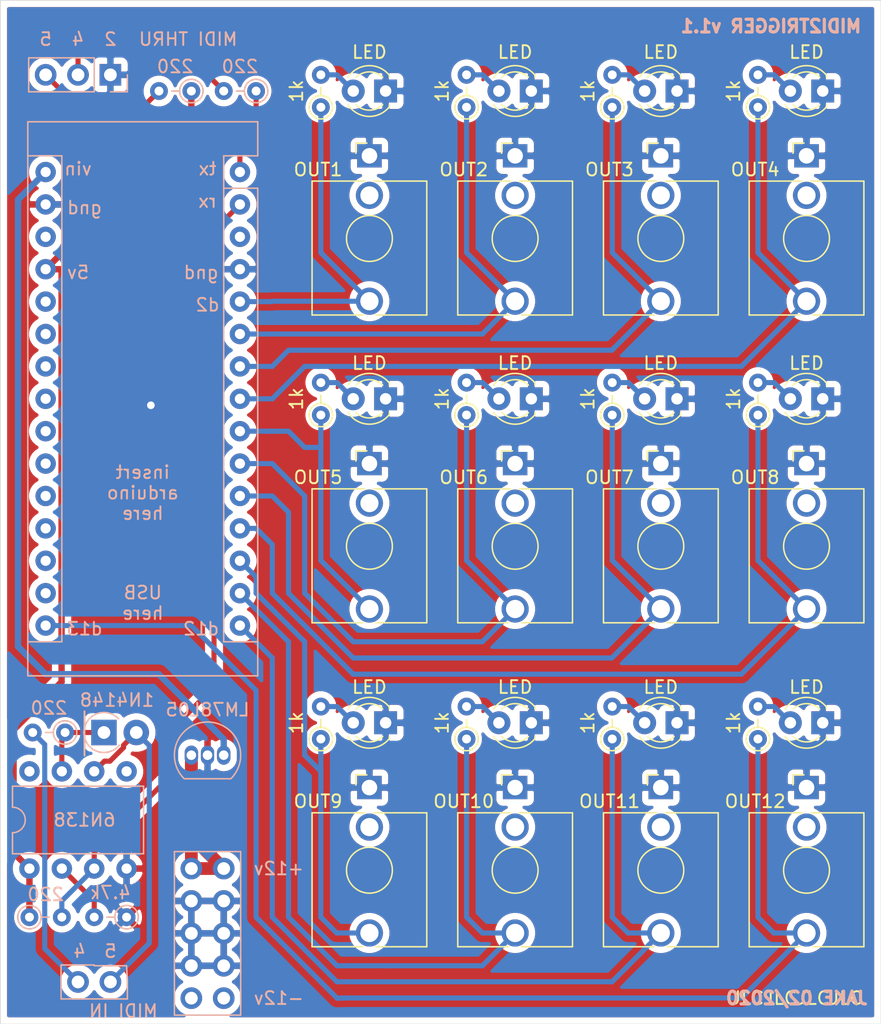
<source format=kicad_pcb>
(kicad_pcb (version 20171130) (host pcbnew "(5.1.5-0-10_14)")
  (layers (0 F.Cu signal) (31 B.Cu signal) (34 B.Paste user) (35 F.Paste user) (36 B.SilkS user) (37 F.SilkS user) (38 B.Mask user) (39 F.Mask user) (44 Edge.Cuts user))
  (net 0 "")
  (net 1 "Net-(A1-Pad17)")
  (net 2 "Net-(A1-Pad18)")
  (net 3 "Net-(A1-Pad3)")
  (net 4 "Net-(A1-Pad19)")
  (net 5 GND)
  (net 6 "Net-(A1-Pad20)")
  (net 7 "Net-(A1-Pad21)")
  (net 8 "Net-(A1-Pad22)")
  (net 9 "Net-(A1-Pad23)")
  (net 10 "Net-(A1-Pad24)")
  (net 11 "Net-(A1-Pad25)")
  (net 12 "Net-(A1-Pad26)")
  (net 13 "Net-(A1-Pad28)")
  (net 14 "Net-(D1-Pad1)")
  (net 15 "Net-(D1-Pad2)")
  (net 16 "Net-(D3-Pad2)")
  (net 17 "Net-(D4-Pad2)")
  (net 18 "Net-(D5-Pad2)")
  (net 19 "Net-(D6-Pad2)")
  (net 20 "Net-(D7-Pad2)")
  (net 21 "Net-(D8-Pad2)")
  (net 22 "Net-(D9-Pad2)")
  (net 23 "Net-(D10-Pad2)")
  (net 24 "Net-(D11-Pad2)")
  (net 25 "Net-(D12-Pad2)")
  (net 26 "Net-(D13-Pad2)")
  (net 27 "Net-(J2-Pad5)")
  (net 28 "Net-(J4-Pad5)")
  (net 29 "Net-(J4-Pad4)")
  (net 30 "Net-(U1-Pad1)")
  (net 31 "Net-(U1-Pad4)")
  (net 32 +12V)
  (net 33 -12V)
  (net 34 /A_TX)
  (net 35 /A_RX)
  (net 36 /A_D2)
  (net 37 /A_D3)
  (net 38 /A_D4)
  (net 39 /A_D5)
  (net 40 /A_D6)
  (net 41 /A_D7)
  (net 42 /A_D8)
  (net 43 /+5v)
  (net 44 /A_D9)
  (net 45 /A_D10)
  (net 46 /A_D11)
  (net 47 /A_VIN)
  (net 48 /A_D12)
  (net 49 /A_D13)
  (net 50 "Net-(D2-Pad2)")
  (net 51 "Net-(R4-Pad2)")
  (module Connector_PinHeader_2.54mm:PinHeader_1x02_P2.54mm_Vertical (layer B.Cu) (at 50.8 107.95 90)
    (fp_text reference J2 hide)
    (fp_text value "MIDI IN")
    (pad 1 thru_hole circle (at 0 0 90) (size 1.7 1.7) (drill 1) (layers *.Cu *.Mask) (net 15 "Net-(D1-Pad2)"))
    (pad 2 thru_hole oval (at 0 -2.54 90) (size 1.7 1.7) (drill 1) (layers *.Cu *.Mask) (net 27 "Net-(J2-Pad5)"))
  )
  (module Connector_PinHeader_2.54mm:PinHeader_2x05_P2.54mm_Vertical (layer B.Cu) (at 59.69 99.06 180)
    (fp_text reference J3 hide)
    (fp_text value "EURORACK POWERCONNECTOR" hide)
    (pad 1 thru_hole circle (at 0 0 180) (size 1.7 1.7) (drill 1) (layers *.Cu *.Mask) (net 32 +12V))
    (pad 2 thru_hole oval (at 2.54 0 180) (size 1.7 1.7) (drill 1) (layers *.Cu *.Mask) (net 32 +12V))
    (pad 3 thru_hole oval (at 0 -2.54 180) (size 1.7 1.7) (drill 1) (layers *.Cu *.Mask) (net 5 GND))
    (pad 4 thru_hole oval (at 2.54 -2.54 180) (size 1.7 1.7) (drill 1) (layers *.Cu *.Mask) (net 5 GND))
    (pad 5 thru_hole oval (at 0 -5.08 180) (size 1.7 1.7) (drill 1) (layers *.Cu *.Mask) (net 5 GND))
    (pad 6 thru_hole oval (at 2.54 -5.08 180) (size 1.7 1.7) (drill 1) (layers *.Cu *.Mask) (net 5 GND))
    (pad 7 thru_hole oval (at 0 -7.62 180) (size 1.7 1.7) (drill 1) (layers *.Cu *.Mask) (net 5 GND))
    (pad 8 thru_hole oval (at 2.54 -7.62 180) (size 1.7 1.7) (drill 1) (layers *.Cu *.Mask) (net 5 GND))
    (pad 9 thru_hole oval (at 0 -10.16 180) (size 1.7 1.7) (drill 1) (layers *.Cu *.Mask) (net 33 -12V))
    (pad 10 thru_hole oval (at 2.54 -10.16 180) (size 1.7 1.7) (drill 1) (layers *.Cu *.Mask) (net 33 -12V))
  )
  (module Module:Arduino_Nano (layer B.Cu) (at 60.96 44.45 180)
    (fp_text reference "Arduino Nano" hide)
    (fp_text value Arduino_Nano_v3.x)
    (pad 1 thru_hole circle (at 0 0 180) (size 1.6 1.6) (drill 0.8) (layers *.Cu *.Mask) (net 34 /A_TX))
    (pad 17 thru_hole oval (at 15.24 -33.02 180) (size 1.6 1.6) (drill 0.8) (layers *.Cu *.Mask) (net 1 "Net-(A1-Pad17)"))
    (pad 2 thru_hole oval (at 0 -2.54 180) (size 1.6 1.6) (drill 0.8) (layers *.Cu *.Mask) (net 35 /A_RX))
    (pad 18 thru_hole oval (at 15.24 -30.48 180) (size 1.6 1.6) (drill 0.8) (layers *.Cu *.Mask) (net 2 "Net-(A1-Pad18)"))
    (pad 3 thru_hole oval (at 0 -5.08 180) (size 1.6 1.6) (drill 0.8) (layers *.Cu *.Mask) (net 3 "Net-(A1-Pad3)"))
    (pad 19 thru_hole oval (at 15.24 -27.94 180) (size 1.6 1.6) (drill 0.8) (layers *.Cu *.Mask) (net 4 "Net-(A1-Pad19)"))
    (pad 4 thru_hole oval (at 0 -7.62 180) (size 1.6 1.6) (drill 0.8) (layers *.Cu *.Mask) (net 5 GND))
    (pad 20 thru_hole oval (at 15.24 -25.4 180) (size 1.6 1.6) (drill 0.8) (layers *.Cu *.Mask) (net 6 "Net-(A1-Pad20)"))
    (pad 5 thru_hole oval (at 0 -10.16 180) (size 1.6 1.6) (drill 0.8) (layers *.Cu *.Mask) (net 36 /A_D2))
    (pad 21 thru_hole oval (at 15.24 -22.86 180) (size 1.6 1.6) (drill 0.8) (layers *.Cu *.Mask) (net 7 "Net-(A1-Pad21)"))
    (pad 6 thru_hole oval (at 0 -12.7 180) (size 1.6 1.6) (drill 0.8) (layers *.Cu *.Mask) (net 37 /A_D3))
    (pad 22 thru_hole oval (at 15.24 -20.32 180) (size 1.6 1.6) (drill 0.8) (layers *.Cu *.Mask) (net 8 "Net-(A1-Pad22)"))
    (pad 7 thru_hole oval (at 0 -15.24 180) (size 1.6 1.6) (drill 0.8) (layers *.Cu *.Mask) (net 38 /A_D4))
    (pad 23 thru_hole oval (at 15.24 -17.78 180) (size 1.6 1.6) (drill 0.8) (layers *.Cu *.Mask) (net 9 "Net-(A1-Pad23)"))
    (pad 8 thru_hole oval (at 0 -17.78 180) (size 1.6 1.6) (drill 0.8) (layers *.Cu *.Mask) (net 39 /A_D5))
    (pad 24 thru_hole oval (at 15.24 -15.24 180) (size 1.6 1.6) (drill 0.8) (layers *.Cu *.Mask) (net 10 "Net-(A1-Pad24)"))
    (pad 9 thru_hole oval (at 0 -20.32 180) (size 1.6 1.6) (drill 0.8) (layers *.Cu *.Mask) (net 40 /A_D6))
    (pad 25 thru_hole oval (at 15.24 -12.7 180) (size 1.6 1.6) (drill 0.8) (layers *.Cu *.Mask) (net 11 "Net-(A1-Pad25)"))
    (pad 10 thru_hole oval (at 0 -22.86 180) (size 1.6 1.6) (drill 0.8) (layers *.Cu *.Mask) (net 41 /A_D7))
    (pad 26 thru_hole oval (at 15.24 -10.16 180) (size 1.6 1.6) (drill 0.8) (layers *.Cu *.Mask) (net 12 "Net-(A1-Pad26)"))
    (pad 11 thru_hole oval (at 0 -25.4 180) (size 1.6 1.6) (drill 0.8) (layers *.Cu *.Mask) (net 42 /A_D8))
    (pad 27 thru_hole oval (at 15.24 -7.62 180) (size 1.6 1.6) (drill 0.8) (layers *.Cu *.Mask) (net 43 /+5v))
    (pad 12 thru_hole oval (at 0 -27.94 180) (size 1.6 1.6) (drill 0.8) (layers *.Cu *.Mask) (net 44 /A_D9))
    (pad 28 thru_hole oval (at 15.24 -5.08 180) (size 1.6 1.6) (drill 0.8) (layers *.Cu *.Mask) (net 13 "Net-(A1-Pad28)"))
    (pad 13 thru_hole oval (at 0 -30.48 180) (size 1.6 1.6) (drill 0.8) (layers *.Cu *.Mask) (net 45 /A_D10))
    (pad 29 thru_hole oval (at 15.24 -2.54 180) (size 1.6 1.6) (drill 0.8) (layers *.Cu *.Mask) (net 5 GND))
    (pad 14 thru_hole oval (at 0 -33.02 180) (size 1.6 1.6) (drill 0.8) (layers *.Cu *.Mask) (net 46 /A_D11))
    (pad 30 thru_hole oval (at 15.24 0 180) (size 1.6 1.6) (drill 0.8) (layers *.Cu *.Mask) (net 47 /A_VIN))
    (pad 15 thru_hole oval (at 0 -35.56 180) (size 1.6 1.6) (drill 0.8) (layers *.Cu *.Mask) (net 48 /A_D12))
    (pad 16 thru_hole oval (at 15.24 -35.56 180) (size 1.6 1.6) (drill 0.8) (layers *.Cu *.Mask) (net 49 /A_D13))
  )
  (module Diode_THT:D_T-1_P2.54mm_Vertical_AnodeUp (layer B.Cu) (at 50.292 88.392)
    (fp_text reference 1N4148 (at 1.016 -2.54 180) (layer B.SilkS) (effects (justify mirror)))
    (fp_text value 1N4148)
    (pad 1 thru_hole rect (at 0 0) (size 2 2) (drill 1) (layers *.Cu *.Mask) (net 14 "Net-(D1-Pad1)"))
    (pad 2 thru_hole oval (at 2.54 0) (size 2 2) (drill 1) (layers *.Cu *.Mask) (net 15 "Net-(D1-Pad2)"))
  )
  (module LED_THT:LED_D3.0mm (layer F.Cu) (at 72.39 38.1 180)
    (fp_text reference LED (at 1.27 3.048) (layer F.SilkS))
    (fp_text value LED)
    (pad 2 thru_hole circle (at 2.54 0 180) (size 1.8 1.8) (drill 0.9) (layers *.Cu *.Mask) (net 50 "Net-(D2-Pad2)"))
    (pad 1 thru_hole rect (at 0 0 180) (size 1.8 1.8) (drill 0.9) (layers *.Cu *.Mask) (net 5 GND))
  )
  (module LED_THT:LED_D3.0mm (layer F.Cu) (at 83.82 38.1 180)
    (fp_text reference LED (at 1.27 3.048) (layer F.SilkS))
    (fp_text value LED)
    (pad 2 thru_hole circle (at 2.54 0 180) (size 1.8 1.8) (drill 0.9) (layers *.Cu *.Mask) (net 16 "Net-(D3-Pad2)"))
    (pad 1 thru_hole rect (at 0 0 180) (size 1.8 1.8) (drill 0.9) (layers *.Cu *.Mask) (net 5 GND))
  )
  (module LED_THT:LED_D3.0mm (layer F.Cu) (at 106.68 38.1 180)
    (fp_text reference LED (at 1.27 3.048) (layer F.SilkS))
    (fp_text value LED)
    (pad 1 thru_hole rect (at 0 0 180) (size 1.8 1.8) (drill 0.9) (layers *.Cu *.Mask) (net 5 GND))
    (pad 2 thru_hole circle (at 2.54 0 180) (size 1.8 1.8) (drill 0.9) (layers *.Cu *.Mask) (net 17 "Net-(D4-Pad2)"))
  )
  (module LED_THT:LED_D3.0mm (layer F.Cu) (at 83.82 62.23 180)
    (fp_text reference LED (at 1.27 2.794) (layer F.SilkS))
    (fp_text value LED)
    (pad 1 thru_hole rect (at 0 0 180) (size 1.8 1.8) (drill 0.9) (layers *.Cu *.Mask) (net 5 GND))
    (pad 2 thru_hole circle (at 2.54 0 180) (size 1.8 1.8) (drill 0.9) (layers *.Cu *.Mask) (net 18 "Net-(D5-Pad2)"))
  )
  (module LED_THT:LED_D3.0mm (layer F.Cu) (at 95.25 38.1 180)
    (fp_text reference LED (at 1.27 3.048) (layer F.SilkS))
    (fp_text value LED)
    (pad 2 thru_hole circle (at 2.54 0 180) (size 1.8 1.8) (drill 0.9) (layers *.Cu *.Mask) (net 19 "Net-(D6-Pad2)"))
    (pad 1 thru_hole rect (at 0 0 180) (size 1.8 1.8) (drill 0.9) (layers *.Cu *.Mask) (net 5 GND))
  )
  (module LED_THT:LED_D3.0mm (layer F.Cu) (at 72.39 62.23 180)
    (fp_text reference LED (at 1.27 2.794) (layer F.SilkS))
    (fp_text value LED)
    (pad 1 thru_hole rect (at 0 0 180) (size 1.8 1.8) (drill 0.9) (layers *.Cu *.Mask) (net 5 GND))
    (pad 2 thru_hole circle (at 2.54 0 180) (size 1.8 1.8) (drill 0.9) (layers *.Cu *.Mask) (net 20 "Net-(D7-Pad2)"))
  )
  (module LED_THT:LED_D3.0mm (layer F.Cu) (at 106.68 62.23 180)
    (fp_text reference LED (at 1.27 2.794) (layer F.SilkS))
    (fp_text value LED)
    (pad 1 thru_hole rect (at 0 0 180) (size 1.8 1.8) (drill 0.9) (layers *.Cu *.Mask) (net 5 GND))
    (pad 2 thru_hole circle (at 2.54 0 180) (size 1.8 1.8) (drill 0.9) (layers *.Cu *.Mask) (net 21 "Net-(D8-Pad2)"))
  )
  (module LED_THT:LED_D3.0mm (layer F.Cu) (at 95.25 62.23 180)
    (fp_text reference LED (at 1.27 2.794) (layer F.SilkS))
    (fp_text value LED)
    (pad 2 thru_hole circle (at 2.54 0 180) (size 1.8 1.8) (drill 0.9) (layers *.Cu *.Mask) (net 22 "Net-(D9-Pad2)"))
    (pad 1 thru_hole rect (at 0 0 180) (size 1.8 1.8) (drill 0.9) (layers *.Cu *.Mask) (net 5 GND))
  )
  (module LED_THT:LED_D3.0mm (layer F.Cu) (at 95.25 87.63 180)
    (fp_text reference LED (at 1.27 2.794) (layer F.SilkS))
    (fp_text value LED)
    (pad 1 thru_hole rect (at 0 0 180) (size 1.8 1.8) (drill 0.9) (layers *.Cu *.Mask) (net 5 GND))
    (pad 2 thru_hole circle (at 2.54 0 180) (size 1.8 1.8) (drill 0.9) (layers *.Cu *.Mask) (net 23 "Net-(D10-Pad2)"))
  )
  (module LED_THT:LED_D3.0mm (layer F.Cu) (at 72.39 87.63 180)
    (fp_text reference LED (at 1.27 2.794) (layer F.SilkS))
    (fp_text value LED)
    (pad 2 thru_hole circle (at 2.54 0 180) (size 1.8 1.8) (drill 0.9) (layers *.Cu *.Mask) (net 24 "Net-(D11-Pad2)"))
    (pad 1 thru_hole rect (at 0 0 180) (size 1.8 1.8) (drill 0.9) (layers *.Cu *.Mask) (net 5 GND))
  )
  (module LED_THT:LED_D3.0mm (layer F.Cu) (at 106.68 87.63 180)
    (fp_text reference LED (at 1.27 2.794) (layer F.SilkS))
    (fp_text value LED)
    (pad 1 thru_hole rect (at 0 0 180) (size 1.8 1.8) (drill 0.9) (layers *.Cu *.Mask) (net 5 GND))
    (pad 2 thru_hole circle (at 2.54 0 180) (size 1.8 1.8) (drill 0.9) (layers *.Cu *.Mask) (net 25 "Net-(D12-Pad2)"))
  )
  (module LED_THT:LED_D3.0mm (layer F.Cu) (at 83.82 87.63 180)
    (fp_text reference LED (at 1.27 2.794) (layer F.SilkS))
    (fp_text value LED)
    (pad 2 thru_hole circle (at 2.54 0 180) (size 1.8 1.8) (drill 0.9) (layers *.Cu *.Mask) (net 26 "Net-(D13-Pad2)"))
    (pad 1 thru_hole rect (at 0 0 180) (size 1.8 1.8) (drill 0.9) (layers *.Cu *.Mask) (net 5 GND))
  )
  (module Connector_Audio:Jack_3.5mm_QingPu_WQP-PJ398SM_Vertical_CircularHoles (layer F.Cu) (at 71.12 43.18)
    (fp_text reference OUT1 (at -4.03 1.08 180) (layer F.SilkS))
    (fp_text value OUT1)
    (pad TN thru_hole circle (at 0 3.1 180) (size 2.13 2.13) (drill 1.42) (layers *.Cu *.Mask))
    (pad S thru_hole rect (at 0 0 180) (size 1.93 1.83) (drill 1.22) (layers *.Cu *.Mask) (net 5 GND))
    (pad T thru_hole circle (at 0 11.4 180) (size 2.13 2.13) (drill 1.43) (layers *.Cu *.Mask) (net 36 /A_D2))
  )
  (module Connector_PinHeader_2.54mm:PinHeader_1x03_P2.54mm_Vertical (layer B.Cu) (at 50.8 36.83 90)
    (fp_text reference J4 hide)
    (fp_text value "MIDI THRU")
    (pad 3 thru_hole oval (at 0 -5.08 90) (size 1.7 1.7) (drill 1) (layers *.Cu *.Mask) (net 28 "Net-(J4-Pad5)"))
    (pad 2 thru_hole oval (at 0 -2.54 90) (size 1.7 1.7) (drill 1) (layers *.Cu *.Mask) (net 29 "Net-(J4-Pad4)"))
    (pad 1 thru_hole rect (at 0 0 90) (size 1.7 1.7) (drill 1) (layers *.Cu *.Mask) (net 5 GND))
  )
  (module Connector_Audio:Jack_3.5mm_QingPu_WQP-PJ398SM_Vertical_CircularHoles (layer F.Cu) (at 82.55 43.18)
    (fp_text reference OUT2 (at -4.03 1.08 180) (layer F.SilkS))
    (fp_text value OUT2)
    (pad T thru_hole circle (at 0 11.4 180) (size 2.13 2.13) (drill 1.43) (layers *.Cu *.Mask) (net 37 /A_D3))
    (pad S thru_hole rect (at 0 0 180) (size 1.93 1.83) (drill 1.22) (layers *.Cu *.Mask) (net 5 GND))
    (pad TN thru_hole circle (at 0 3.1 180) (size 2.13 2.13) (drill 1.42) (layers *.Cu *.Mask))
  )
  (module Connector_Audio:Jack_3.5mm_QingPu_WQP-PJ398SM_Vertical_CircularHoles (layer F.Cu) (at 105.41 43.18)
    (fp_text reference OUT4 (at -4.03 1.08 180) (layer F.SilkS))
    (fp_text value OUT4)
    (pad TN thru_hole circle (at 0 3.1 180) (size 2.13 2.13) (drill 1.42) (layers *.Cu *.Mask))
    (pad S thru_hole rect (at 0 0 180) (size 1.93 1.83) (drill 1.22) (layers *.Cu *.Mask) (net 5 GND))
    (pad T thru_hole circle (at 0 11.4 180) (size 2.13 2.13) (drill 1.43) (layers *.Cu *.Mask) (net 39 /A_D5))
  )
  (module Connector_Audio:Jack_3.5mm_QingPu_WQP-PJ398SM_Vertical_CircularHoles (layer F.Cu) (at 82.55 67.31)
    (fp_text reference OUT6 (at -4.03 1.08 180) (layer F.SilkS))
    (fp_text value OUT6)
    (pad T thru_hole circle (at 0 11.4 180) (size 2.13 2.13) (drill 1.43) (layers *.Cu *.Mask) (net 41 /A_D7))
    (pad S thru_hole rect (at 0 0 180) (size 1.93 1.83) (drill 1.22) (layers *.Cu *.Mask) (net 5 GND))
    (pad TN thru_hole circle (at 0 3.1 180) (size 2.13 2.13) (drill 1.42) (layers *.Cu *.Mask))
  )
  (module Connector_Audio:Jack_3.5mm_QingPu_WQP-PJ398SM_Vertical_CircularHoles (layer F.Cu) (at 93.98 43.18)
    (fp_text reference OUT3 (at -4.03 1.08 180) (layer F.SilkS))
    (fp_text value OUT3)
    (pad T thru_hole circle (at 0 11.4 180) (size 2.13 2.13) (drill 1.43) (layers *.Cu *.Mask) (net 38 /A_D4))
    (pad S thru_hole rect (at 0 0 180) (size 1.93 1.83) (drill 1.22) (layers *.Cu *.Mask) (net 5 GND))
    (pad TN thru_hole circle (at 0 3.1 180) (size 2.13 2.13) (drill 1.42) (layers *.Cu *.Mask))
  )
  (module Connector_Audio:Jack_3.5mm_QingPu_WQP-PJ398SM_Vertical_CircularHoles (layer F.Cu) (at 71.12 67.31)
    (fp_text reference OUT5 (at -4.03 1.08 180) (layer F.SilkS))
    (fp_text value OUT5)
    (pad TN thru_hole circle (at 0 3.1 180) (size 2.13 2.13) (drill 1.42) (layers *.Cu *.Mask))
    (pad S thru_hole rect (at 0 0 180) (size 1.93 1.83) (drill 1.22) (layers *.Cu *.Mask) (net 5 GND))
    (pad T thru_hole circle (at 0 11.4 180) (size 2.13 2.13) (drill 1.43) (layers *.Cu *.Mask) (net 40 /A_D6))
  )
  (module Connector_Audio:Jack_3.5mm_QingPu_WQP-PJ398SM_Vertical_CircularHoles (layer F.Cu) (at 105.41 67.31)
    (fp_text reference OUT8 (at -4.03 1.08 180) (layer F.SilkS))
    (fp_text value OUT8)
    (pad T thru_hole circle (at 0 11.4 180) (size 2.13 2.13) (drill 1.43) (layers *.Cu *.Mask) (net 44 /A_D9))
    (pad S thru_hole rect (at 0 0 180) (size 1.93 1.83) (drill 1.22) (layers *.Cu *.Mask) (net 5 GND))
    (pad TN thru_hole circle (at 0 3.1 180) (size 2.13 2.13) (drill 1.42) (layers *.Cu *.Mask))
  )
  (module Connector_Audio:Jack_3.5mm_QingPu_WQP-PJ398SM_Vertical_CircularHoles (layer F.Cu) (at 93.98 67.31)
    (fp_text reference OUT7 (at -4.03 1.08 180) (layer F.SilkS))
    (fp_text value OUT7)
    (pad TN thru_hole circle (at 0 3.1 180) (size 2.13 2.13) (drill 1.42) (layers *.Cu *.Mask))
    (pad S thru_hole rect (at 0 0 180) (size 1.93 1.83) (drill 1.22) (layers *.Cu *.Mask) (net 5 GND))
    (pad T thru_hole circle (at 0 11.4 180) (size 2.13 2.13) (drill 1.43) (layers *.Cu *.Mask) (net 42 /A_D8))
  )
  (module Connector_Audio:Jack_3.5mm_QingPu_WQP-PJ398SM_Vertical_CircularHoles (layer F.Cu) (at 93.98 92.71)
    (fp_text reference OUT11 (at -4.03 1.08 180) (layer F.SilkS))
    (fp_text value OUT11)
    (pad T thru_hole circle (at 0 11.4 180) (size 2.13 2.13) (drill 1.43) (layers *.Cu *.Mask) (net 48 /A_D12))
    (pad S thru_hole rect (at 0 0 180) (size 1.93 1.83) (drill 1.22) (layers *.Cu *.Mask) (net 5 GND))
    (pad TN thru_hole circle (at 0 3.1 180) (size 2.13 2.13) (drill 1.42) (layers *.Cu *.Mask))
  )
  (module Connector_Audio:Jack_3.5mm_QingPu_WQP-PJ398SM_Vertical_CircularHoles (layer F.Cu) (at 71.12 92.71)
    (fp_text reference OUT9 (at -4.03 1.08 180) (layer F.SilkS))
    (fp_text value OUT9)
    (pad T thru_hole circle (at 0 11.4 180) (size 2.13 2.13) (drill 1.43) (layers *.Cu *.Mask) (net 45 /A_D10))
    (pad S thru_hole rect (at 0 0 180) (size 1.93 1.83) (drill 1.22) (layers *.Cu *.Mask) (net 5 GND))
    (pad TN thru_hole circle (at 0 3.1 180) (size 2.13 2.13) (drill 1.42) (layers *.Cu *.Mask))
  )
  (module Connector_Audio:Jack_3.5mm_QingPu_WQP-PJ398SM_Vertical_CircularHoles (layer F.Cu) (at 105.41 92.71)
    (fp_text reference OUT12 (at -4.03 1.08 180) (layer F.SilkS))
    (fp_text value OUT12)
    (pad TN thru_hole circle (at 0 3.1 180) (size 2.13 2.13) (drill 1.42) (layers *.Cu *.Mask))
    (pad S thru_hole rect (at 0 0 180) (size 1.93 1.83) (drill 1.22) (layers *.Cu *.Mask) (net 5 GND))
    (pad T thru_hole circle (at 0 11.4 180) (size 2.13 2.13) (drill 1.43) (layers *.Cu *.Mask) (net 49 /A_D13))
  )
  (module Connector_Audio:Jack_3.5mm_QingPu_WQP-PJ398SM_Vertical_CircularHoles (layer F.Cu) (at 82.55 92.71)
    (fp_text reference OUT10 (at -4.03 1.08 180) (layer F.SilkS))
    (fp_text value OUT10)
    (pad TN thru_hole circle (at 0 3.1 180) (size 2.13 2.13) (drill 1.42) (layers *.Cu *.Mask))
    (pad S thru_hole rect (at 0 0 180) (size 1.93 1.83) (drill 1.22) (layers *.Cu *.Mask) (net 5 GND))
    (pad T thru_hole circle (at 0 11.4 180) (size 2.13 2.13) (drill 1.43) (layers *.Cu *.Mask) (net 46 /A_D11))
  )
  (module Resistor_THT:R_Axial_DIN0204_L3.6mm_D1.6mm_P2.54mm_Vertical (layer B.Cu) (at 47.244 88.392 180)
    (fp_text reference 220 (at 1.27 1.92 180) (layer B.SilkS) (effects (justify mirror)))
    (fp_text value 220)
    (pad 1 thru_hole circle (at 0 0 180) (size 1.4 1.4) (drill 0.7) (layers *.Cu *.Mask) (net 14 "Net-(D1-Pad1)"))
    (pad 2 thru_hole oval (at 2.54 0 180) (size 1.4 1.4) (drill 0.7) (layers *.Cu *.Mask) (net 27 "Net-(J2-Pad5)"))
  )
  (module Resistor_THT:R_Axial_DIN0204_L3.6mm_D1.6mm_P2.54mm_Vertical (layer B.Cu) (at 57.15 38.1 180)
    (fp_text reference 220 (at 1.27 1.92) (layer B.SilkS) (effects (justify mirror)))
    (fp_text value 220)
    (pad 2 thru_hole oval (at 2.54 0 180) (size 1.4 1.4) (drill 0.7) (layers *.Cu *.Mask) (net 28 "Net-(J4-Pad5)"))
    (pad 1 thru_hole circle (at 0 0 180) (size 1.4 1.4) (drill 0.7) (layers *.Cu *.Mask) (net 43 /+5v))
  )
  (module Resistor_THT:R_Axial_DIN0204_L3.6mm_D1.6mm_P2.54mm_Vertical (layer B.Cu) (at 62.23 38.1 180)
    (fp_text reference 220 (at 1.27 1.92) (layer B.SilkS) (effects (justify mirror)))
    (fp_text value 220)
    (pad 1 thru_hole circle (at 0 0 180) (size 1.4 1.4) (drill 0.7) (layers *.Cu *.Mask) (net 34 /A_TX))
    (pad 2 thru_hole oval (at 2.54 0 180) (size 1.4 1.4) (drill 0.7) (layers *.Cu *.Mask) (net 29 "Net-(J4-Pad4)"))
  )
  (module Resistor_THT:R_Axial_DIN0204_L3.6mm_D1.6mm_P2.54mm_Vertical (layer B.Cu) (at 52.07 102.87 180)
    (fp_text reference 4.7k (at 1.27 1.92) (layer B.SilkS) (effects (justify mirror)))
    (fp_text value 4.7K)
    (pad 1 thru_hole circle (at 0 0 180) (size 1.4 1.4) (drill 0.7) (layers *.Cu *.Mask) (net 5 GND))
    (pad 2 thru_hole oval (at 2.54 0 180) (size 1.4 1.4) (drill 0.7) (layers *.Cu *.Mask) (net 51 "Net-(R4-Pad2)"))
  )
  (module Resistor_THT:R_Axial_DIN0204_L3.6mm_D1.6mm_P2.54mm_Vertical (layer B.Cu) (at 44.45 102.87)
    (fp_text reference 220 (at 1.27 -1.778) (layer B.SilkS) (effects (justify mirror)))
    (fp_text value 220)
    (pad 2 thru_hole oval (at 2.54 0) (size 1.4 1.4) (drill 0.7) (layers *.Cu *.Mask) (net 35 /A_RX))
    (pad 1 thru_hole circle (at 0 0) (size 1.4 1.4) (drill 0.7) (layers *.Cu *.Mask) (net 43 /+5v))
  )
  (module Resistor_THT:R_Axial_DIN0204_L3.6mm_D1.6mm_P2.54mm_Vertical (layer F.Cu) (at 67.31 39.37 90)
    (fp_text reference 1k (at 1.27 -1.92 90) (layer F.SilkS))
    (fp_text value 1K)
    (pad 2 thru_hole oval (at 2.54 0 90) (size 1.4 1.4) (drill 0.7) (layers *.Cu *.Mask) (net 50 "Net-(D2-Pad2)"))
    (pad 1 thru_hole circle (at 0 0 90) (size 1.4 1.4) (drill 0.7) (layers *.Cu *.Mask) (net 36 /A_D2))
  )
  (module Resistor_THT:R_Axial_DIN0204_L3.6mm_D1.6mm_P2.54mm_Vertical (layer F.Cu) (at 78.74 39.37 90)
    (fp_text reference 1k (at 1.27 -1.92 90) (layer F.SilkS))
    (fp_text value 1K)
    (pad 2 thru_hole oval (at 2.54 0 90) (size 1.4 1.4) (drill 0.7) (layers *.Cu *.Mask) (net 16 "Net-(D3-Pad2)"))
    (pad 1 thru_hole circle (at 0 0 90) (size 1.4 1.4) (drill 0.7) (layers *.Cu *.Mask) (net 37 /A_D3))
  )
  (module Resistor_THT:R_Axial_DIN0204_L3.6mm_D1.6mm_P2.54mm_Vertical (layer F.Cu) (at 101.6 39.37 90)
    (fp_text reference 1k (at 1.27 -1.92 90) (layer F.SilkS))
    (fp_text value 1K)
    (pad 2 thru_hole oval (at 2.54 0 90) (size 1.4 1.4) (drill 0.7) (layers *.Cu *.Mask) (net 17 "Net-(D4-Pad2)"))
    (pad 1 thru_hole circle (at 0 0 90) (size 1.4 1.4) (drill 0.7) (layers *.Cu *.Mask) (net 39 /A_D5))
  )
  (module Resistor_THT:R_Axial_DIN0204_L3.6mm_D1.6mm_P2.54mm_Vertical (layer F.Cu) (at 78.74 63.5 90)
    (fp_text reference 1k (at 1.27 -1.92 90) (layer F.SilkS))
    (fp_text value 1K)
    (pad 1 thru_hole circle (at 0 0 90) (size 1.4 1.4) (drill 0.7) (layers *.Cu *.Mask) (net 41 /A_D7))
    (pad 2 thru_hole oval (at 2.54 0 90) (size 1.4 1.4) (drill 0.7) (layers *.Cu *.Mask) (net 18 "Net-(D5-Pad2)"))
  )
  (module Resistor_THT:R_Axial_DIN0204_L3.6mm_D1.6mm_P2.54mm_Vertical (layer F.Cu) (at 90.17 39.37 90)
    (fp_text reference 1k (at 1.27 -1.92 90) (layer F.SilkS))
    (fp_text value 1K)
    (pad 1 thru_hole circle (at 0 0 90) (size 1.4 1.4) (drill 0.7) (layers *.Cu *.Mask) (net 38 /A_D4))
    (pad 2 thru_hole oval (at 2.54 0 90) (size 1.4 1.4) (drill 0.7) (layers *.Cu *.Mask) (net 19 "Net-(D6-Pad2)"))
  )
  (module Resistor_THT:R_Axial_DIN0204_L3.6mm_D1.6mm_P2.54mm_Vertical (layer F.Cu) (at 67.31 63.5 90)
    (fp_text reference 1k (at 1.27 -1.92 90) (layer F.SilkS))
    (fp_text value 1K)
    (pad 1 thru_hole circle (at 0 0 90) (size 1.4 1.4) (drill 0.7) (layers *.Cu *.Mask) (net 40 /A_D6))
    (pad 2 thru_hole oval (at 2.54 0 90) (size 1.4 1.4) (drill 0.7) (layers *.Cu *.Mask) (net 20 "Net-(D7-Pad2)"))
  )
  (module Resistor_THT:R_Axial_DIN0204_L3.6mm_D1.6mm_P2.54mm_Vertical (layer F.Cu) (at 101.6 63.5 90)
    (fp_text reference 1k (at 1.27 -1.92 90) (layer F.SilkS))
    (fp_text value 1K)
    (pad 1 thru_hole circle (at 0 0 90) (size 1.4 1.4) (drill 0.7) (layers *.Cu *.Mask) (net 44 /A_D9))
    (pad 2 thru_hole oval (at 2.54 0 90) (size 1.4 1.4) (drill 0.7) (layers *.Cu *.Mask) (net 21 "Net-(D8-Pad2)"))
  )
  (module Resistor_THT:R_Axial_DIN0204_L3.6mm_D1.6mm_P2.54mm_Vertical (layer F.Cu) (at 90.17 63.5 90)
    (fp_text reference 1k (at 1.27 -1.92 90) (layer F.SilkS))
    (fp_text value 1K)
    (pad 1 thru_hole circle (at 0 0 90) (size 1.4 1.4) (drill 0.7) (layers *.Cu *.Mask) (net 42 /A_D8))
    (pad 2 thru_hole oval (at 2.54 0 90) (size 1.4 1.4) (drill 0.7) (layers *.Cu *.Mask) (net 22 "Net-(D9-Pad2)"))
  )
  (module Resistor_THT:R_Axial_DIN0204_L3.6mm_D1.6mm_P2.54mm_Vertical (layer F.Cu) (at 90.17 88.9 90)
    (fp_text reference 1k (at 1.27 -1.92 90) (layer F.SilkS))
    (fp_text value 1K)
    (pad 2 thru_hole oval (at 2.54 0 90) (size 1.4 1.4) (drill 0.7) (layers *.Cu *.Mask) (net 23 "Net-(D10-Pad2)"))
    (pad 1 thru_hole circle (at 0 0 90) (size 1.4 1.4) (drill 0.7) (layers *.Cu *.Mask) (net 48 /A_D12))
  )
  (module Resistor_THT:R_Axial_DIN0204_L3.6mm_D1.6mm_P2.54mm_Vertical (layer F.Cu) (at 67.31 88.9 90)
    (fp_text reference 1k (at 1.27 -1.92 90) (layer F.SilkS))
    (fp_text value 1K)
    (pad 2 thru_hole oval (at 2.54 0 90) (size 1.4 1.4) (drill 0.7) (layers *.Cu *.Mask) (net 24 "Net-(D11-Pad2)"))
    (pad 1 thru_hole circle (at 0 0 90) (size 1.4 1.4) (drill 0.7) (layers *.Cu *.Mask) (net 45 /A_D10))
  )
  (module Resistor_THT:R_Axial_DIN0204_L3.6mm_D1.6mm_P2.54mm_Vertical (layer F.Cu) (at 101.6 88.9 90)
    (fp_text reference 1k (at 1.27 -1.92 90) (layer F.SilkS))
    (fp_text value 1K)
    (pad 2 thru_hole oval (at 2.54 0 90) (size 1.4 1.4) (drill 0.7) (layers *.Cu *.Mask) (net 25 "Net-(D12-Pad2)"))
    (pad 1 thru_hole circle (at 0 0 90) (size 1.4 1.4) (drill 0.7) (layers *.Cu *.Mask) (net 49 /A_D13))
  )
  (module Resistor_THT:R_Axial_DIN0204_L3.6mm_D1.6mm_P2.54mm_Vertical (layer F.Cu) (at 78.74 88.9 90)
    (fp_text reference 1k (at 1.27 -1.92 90) (layer F.SilkS))
    (fp_text value 1K)
    (pad 1 thru_hole circle (at 0 0 90) (size 1.4 1.4) (drill 0.7) (layers *.Cu *.Mask) (net 46 /A_D11))
    (pad 2 thru_hole oval (at 2.54 0 90) (size 1.4 1.4) (drill 0.7) (layers *.Cu *.Mask) (net 26 "Net-(D13-Pad2)"))
  )
  (module Package_DIP:DIP-8_W7.62mm (layer B.Cu) (at 44.45 91.44 270)
    (fp_text reference 6N138 (at 3.81 -4.318 180) (layer B.SilkS) (effects (justify mirror)))
    (fp_text value 6N136)
    (pad 1 thru_hole oval (at 0 0 270) (size 1.6 1.6) (drill 0.8) (layers *.Cu *.Mask) (net 30 "Net-(U1-Pad1)"))
    (pad 5 thru_hole oval (at 7.62 -7.62 270) (size 1.6 1.6) (drill 0.8) (layers *.Cu *.Mask) (net 5 GND))
    (pad 2 thru_hole oval (at 0 -2.54 270) (size 1.6 1.6) (drill 0.8) (layers *.Cu *.Mask) (net 14 "Net-(D1-Pad1)"))
    (pad 6 thru_hole oval (at 7.62 -5.08 270) (size 1.6 1.6) (drill 0.8) (layers *.Cu *.Mask) (net 35 /A_RX))
    (pad 3 thru_hole oval (at 0 -5.08 270) (size 1.6 1.6) (drill 0.8) (layers *.Cu *.Mask) (net 15 "Net-(D1-Pad2)"))
    (pad 7 thru_hole oval (at 7.62 -2.54 270) (size 1.6 1.6) (drill 0.8) (layers *.Cu *.Mask) (net 51 "Net-(R4-Pad2)"))
    (pad 4 thru_hole oval (at 0 -7.62 270) (size 1.6 1.6) (drill 0.8) (layers *.Cu *.Mask) (net 31 "Net-(U1-Pad4)"))
    (pad 8 thru_hole oval (at 7.62 0 270) (size 1.6 1.6) (drill 0.8) (layers *.Cu *.Mask) (net 43 /+5v))
  )
  (module Package_TO_SOT_THT:TO-92_Inline (layer B.Cu) (at 59.69 90.17 180)
    (fp_text reference LM78L05 (at 1.27 3.56) (layer B.SilkS) (effects (justify mirror)))
    (fp_text value LM78L05)
    (pad 2 thru_hole oval (at 1.27 0 180) (size 1.05 1.5) (drill 0.75) (layers *.Cu *.Mask) (net 5 GND))
    (pad 3 thru_hole oval (at 2.54 0 180) (size 1.05 1.5) (drill 0.75) (layers *.Cu *.Mask) (net 32 +12V))
    (pad 1 thru_hole oval (at 0 0 180) (size 1.05 1.5) (drill 0.75) (layers *.Cu *.Mask) (net 47 /A_VIN))
  )
  (gr_text | (at 48.768 89.408) (layer B.SilkS) (effects (font (size 1 1)) (justify mirror)))
  (gr_text | (at 48.768 87.376) (layer B.SilkS) (effects (font (size 1 1)) (justify mirror)))
  (gr_text | (at 48.768 88.392) (layer B.SilkS) (effects (font (size 1 1)) (justify mirror)))
  (gr_text JLCJLCJLCJLC (at 104.648 109.22) (layer F.SilkS) (effects (font (size 1 1))))
  (gr_text d2 (at 58.42 54.864) (layer B.SilkS) (effects (font (size 1 1)) (justify mirror)))
  (gr_text gnd (at 57.912 52.324) (layer B.SilkS) (effects (font (size 1 1)) (justify mirror)))
  (gr_text d12 (at 57.912 80.264) (layer B.SilkS) (effects (font (size 1 1)) (justify mirror)))
  (gr_text d13 (at 48.768 80.264) (layer B.SilkS) (effects (font (size 1 1)) (justify mirror)))
  (gr_text 5v (at 48.26 52.324) (layer B.SilkS) (effects (font (size 1 1)) (justify mirror)))
  (gr_text rx (at 58.42 46.736) (layer B.SilkS) (effects (font (size 1 1)) (justify mirror)))
  (gr_text tx (at 58.42 44.196) (layer B.SilkS) (effects (font (size 1 1)) (justify mirror)))
  (gr_text gnd (at 48.768 47.244) (layer B.SilkS) (effects (font (size 1 1)) (justify mirror)))
  (gr_text vin (at 48.26 44.196) (layer B.SilkS) (effects (font (size 1 1)) (justify mirror)))
  (gr_text "MIDI2TRIGGER v1.1" (at 102.616 33.02) (layer B.SilkS) (effects (font (size 1 1) (thickness 0.25)) (justify mirror)))
  (gr_text "JAKE 02/2020" (at 104.648 109.22) (layer B.SilkS) (effects (font (size 1 1) (thickness 0.25)) (justify mirror)))
  (gr_text -12v (at 64.008 109.22) (layer B.SilkS) (effects (font (size 1 1)) (justify mirror)))
  (gr_text +12v (at 64.008 99.06) (layer B.SilkS) (effects (font (size 1 1)) (justify mirror)))
  (gr_line (start 111.252 30.988) (end 42.164 30.988) (layer Edge.Cuts) (width 0.05))
  (gr_line (start 111.252 111.252) (end 111.252 30.988) (layer Edge.Cuts) (width 0.05))
  (gr_line (start 42.164 111.252) (end 111.252 111.252) (layer Edge.Cuts) (width 0.05))
  (gr_line (start 42.164 30.988) (end 42.164 111.252) (layer Edge.Cuts) (width 0.05))
  (gr_text "USB\nhere" (at 53.34 78.232) (layer B.SilkS) (effects (font (size 1 1)) (justify mirror)))
  (gr_text 4 (at 48.387 105.537) (layer B.SilkS) (effects (font (size 1 1)) (justify mirror)))
  (gr_text 5 (at 50.8 105.537) (layer B.SilkS) (effects (font (size 1 1)) (justify mirror)))
  (gr_text "MIDI IN" (at 51.816 110.236) (layer B.SilkS) (effects (font (size 1 1)) (justify mirror)))
  (gr_text 4 (at 48.26 34.036) (layer B.SilkS) (effects (font (size 1 1)) (justify mirror)))
  (gr_text 5 (at 45.72 34.036) (layer B.SilkS) (effects (font (size 1 1)) (justify mirror)))
  (gr_text 2 (at 50.8 34.036) (layer B.SilkS) (effects (font (size 1 1)) (justify mirror)))
  (gr_text "MIDI THRU" (at 56.896 34.036) (layer B.SilkS) (effects (font (size 1 1)) (justify mirror)))
  (gr_text "insert\narduino\nhere" (at 53.34 69.596) (layer B.SilkS) (effects (font (size 1 1)) (justify mirror)))
  (via (at 53.975 62.738) (size 1.108) (drill 0.6) (layers F.Cu B.Cu) (net 5))
  (segment (start 46.99 88.646) (end 47.244 88.392) (width 0.4) (layer F.Cu) (net 14))
  (segment (start 46.99 91.44) (end 46.99 88.646) (width 0.4) (layer F.Cu) (net 14))
  (segment (start 47.244 88.392) (end 50.292 88.392) (width 0.4) (layer F.Cu) (net 14))
  (segment (start 50.764001 90.640001) (end 50.329999 90.640001) (width 0.4) (layer F.Cu) (net 15))
  (segment (start 51.832001 89.572001) (end 50.764001 90.640001) (width 0.4) (layer F.Cu) (net 15))
  (segment (start 51.832001 89.391999) (end 51.832001 89.572001) (width 0.4) (layer F.Cu) (net 15))
  (segment (start 50.329999 90.640001) (end 49.53 91.44) (width 0.4) (layer F.Cu) (net 15))
  (segment (start 52.832 88.392) (end 51.832001 89.391999) (width 0.4) (layer F.Cu) (net 15))
  (segment (start 53.34 88.392) (end 52.832 88.392) (width 0.25) (layer B.Cu) (net 15))
  (segment (start 50.8 107.95) (end 53.848 104.902) (width 0.4) (layer B.Cu) (net 15))
  (segment (start 53.848 89.408) (end 52.832 88.392) (width 0.4) (layer B.Cu) (net 15))
  (segment (start 53.848 104.902) (end 53.848 89.408) (width 0.4) (layer B.Cu) (net 15))
  (segment (start 80.01 36.83) (end 81.28 38.1) (width 0.4) (layer B.Cu) (net 16))
  (segment (start 78.74 36.83) (end 80.01 36.83) (width 0.4) (layer B.Cu) (net 16))
  (segment (start 102.87 36.83) (end 104.14 38.1) (width 0.4) (layer B.Cu) (net 17))
  (segment (start 101.6 36.83) (end 102.87 36.83) (width 0.4) (layer B.Cu) (net 17))
  (segment (start 80.01 60.96) (end 81.28 62.23) (width 0.4) (layer B.Cu) (net 18))
  (segment (start 78.74 60.96) (end 80.01 60.96) (width 0.4) (layer B.Cu) (net 18))
  (segment (start 91.44 36.83) (end 92.71 38.1) (width 0.4) (layer B.Cu) (net 19))
  (segment (start 90.17 36.83) (end 91.44 36.83) (width 0.4) (layer B.Cu) (net 19))
  (segment (start 68.58 60.96) (end 69.85 62.23) (width 0.4) (layer B.Cu) (net 20))
  (segment (start 67.31 60.96) (end 68.58 60.96) (width 0.4) (layer B.Cu) (net 20))
  (segment (start 102.87 60.96) (end 104.14 62.23) (width 0.4) (layer B.Cu) (net 21))
  (segment (start 101.6 60.96) (end 102.87 60.96) (width 0.4) (layer B.Cu) (net 21))
  (segment (start 91.44 60.96) (end 92.71 62.23) (width 0.4) (layer B.Cu) (net 22))
  (segment (start 90.17 60.96) (end 91.44 60.96) (width 0.4) (layer B.Cu) (net 22))
  (segment (start 91.44 86.36) (end 92.71 87.63) (width 0.4) (layer B.Cu) (net 23))
  (segment (start 90.17 86.36) (end 91.44 86.36) (width 0.4) (layer B.Cu) (net 23))
  (segment (start 68.58 86.36) (end 69.85 87.63) (width 0.4) (layer B.Cu) (net 24))
  (segment (start 67.31 86.36) (end 68.58 86.36) (width 0.4) (layer B.Cu) (net 24))
  (segment (start 102.87 86.36) (end 104.14 87.63) (width 0.4) (layer B.Cu) (net 25))
  (segment (start 101.6 86.36) (end 102.87 86.36) (width 0.4) (layer B.Cu) (net 25))
  (segment (start 80.01 86.36) (end 81.28 87.63) (width 0.4) (layer B.Cu) (net 26))
  (segment (start 78.74 86.36) (end 80.01 86.36) (width 0.4) (layer B.Cu) (net 26))
  (segment (start 47.410001 107.100001) (end 48.26 107.95) (width 0.4) (layer B.Cu) (net 27))
  (segment (start 45.650001 105.340001) (end 47.410001 107.100001) (width 0.4) (layer B.Cu) (net 27))
  (segment (start 45.650001 89.338001) (end 45.650001 105.340001) (width 0.4) (layer B.Cu) (net 27))
  (segment (start 44.704 88.392) (end 45.650001 89.338001) (width 0.4) (layer B.Cu) (net 27))
  (segment (start 54.61 38.1) (end 53.34 39.37) (width 0.4) (layer F.Cu) (net 28))
  (segment (start 48.26 39.37) (end 45.72 36.83) (width 0.4) (layer F.Cu) (net 28))
  (segment (start 53.34 39.37) (end 48.26 39.37) (width 0.4) (layer F.Cu) (net 28))
  (segment (start 48.26 36.83) (end 48.26 35.052) (width 0.4) (layer F.Cu) (net 29))
  (segment (start 48.26 35.052) (end 48.768 34.544) (width 0.4) (layer F.Cu) (net 29))
  (segment (start 56.134 34.544) (end 59.69 38.1) (width 0.4) (layer F.Cu) (net 29))
  (segment (start 48.768 34.544) (end 56.134 34.544) (width 0.4) (layer F.Cu) (net 29))
  (segment (start 57.15 91.32) (end 57.15 99.06) (width 0.4) (layer F.Cu) (net 32))
  (segment (start 57.15 91.32) (end 57.15 90.17) (width 0.4) (layer F.Cu) (net 32))
  (segment (start 57.15 95.317919) (end 57.15 91.32) (width 0.4) (layer F.Cu) (net 32))
  (segment (start 57.15 90.17) (end 57.15 99.06) (width 1) (layer F.Cu) (net 32))
  (segment (start 57.15 99.06) (end 59.69 99.06) (width 1) (layer F.Cu) (net 32))
  (segment (start 57.15 96.52) (end 57.15 90.17) (width 1) (layer F.Cu) (net 32))
  (segment (start 59.69 99.06) (end 57.15 96.52) (width 1) (layer F.Cu) (net 32))
  (segment (start 60.96 44.45) (end 60.96 43.18) (width 0.4) (layer F.Cu) (net 34))
  (segment (start 62.23 41.91) (end 62.23 38.1) (width 0.4) (layer F.Cu) (net 34))
  (segment (start 60.96 43.18) (end 62.23 41.91) (width 0.4) (layer F.Cu) (net 34))
  (segment (start 58.928 49.022) (end 60.96 46.99) (width 0.4) (layer F.Cu) (net 35))
  (segment (start 49.53 99.06) (end 49.53 97.79) (width 0.4) (layer F.Cu) (net 35))
  (segment (start 49.53 97.79) (end 55.372 91.948) (width 0.4) (layer F.Cu) (net 35))
  (segment (start 55.372 91.948) (end 55.372 88.392) (width 0.4) (layer F.Cu) (net 35))
  (segment (start 55.372 88.392) (end 58.928 84.836) (width 0.4) (layer F.Cu) (net 35))
  (segment (start 58.928 84.836) (end 58.928 49.022) (width 0.4) (layer F.Cu) (net 35))
  (segment (start 46.99 101.6) (end 49.53 99.06) (width 0.4) (layer B.Cu) (net 35))
  (segment (start 46.99 102.87) (end 46.99 101.6) (width 0.4) (layer B.Cu) (net 35))
  (segment (start 67.31 50.77) (end 67.31 39.37) (width 0.4) (layer B.Cu) (net 36))
  (segment (start 71.12 54.58) (end 67.31 50.77) (width 0.4) (layer B.Cu) (net 36))
  (segment (start 71.09 54.61) (end 71.12 54.58) (width 0.4) (layer B.Cu) (net 36))
  (segment (start 71.12 54.58) (end 63.53 54.58) (width 0.4) (layer B.Cu) (net 36))
  (segment (start 60.96 54.61) (end 63.5 54.61) (width 0.4) (layer B.Cu) (net 36))
  (segment (start 78.74 50.77) (end 78.74 39.37) (width 0.4) (layer B.Cu) (net 37))
  (segment (start 82.55 54.58) (end 78.74 50.77) (width 0.4) (layer B.Cu) (net 37))
  (segment (start 79.98 57.15) (end 82.55 54.58) (width 0.4) (layer B.Cu) (net 37))
  (segment (start 79.98 57.15) (end 63.5 57.15) (width 0.4) (layer B.Cu) (net 37))
  (segment (start 60.96 57.15) (end 63.5 57.15) (width 0.4) (layer B.Cu) (net 37))
  (segment (start 90.17 50.77) (end 90.17 39.37) (width 0.4) (layer B.Cu) (net 38))
  (segment (start 93.98 54.58) (end 90.17 50.77) (width 0.4) (layer B.Cu) (net 38))
  (segment (start 90.14 58.42) (end 93.98 54.58) (width 0.4) (layer B.Cu) (net 38))
  (segment (start 66.04 58.42) (end 90.14 58.42) (width 0.4) (layer B.Cu) (net 38))
  (segment (start 66.04 58.42) (end 64.77 58.42) (width 0.4) (layer B.Cu) (net 38))
  (segment (start 64.77 58.42) (end 63.5 59.69) (width 0.4) (layer B.Cu) (net 38))
  (segment (start 60.96 59.69) (end 63.5 59.69) (width 0.4) (layer B.Cu) (net 38))
  (segment (start 101.6 50.77) (end 101.6 39.37) (width 0.4) (layer B.Cu) (net 39))
  (segment (start 105.41 54.58) (end 101.6 50.77) (width 0.4) (layer B.Cu) (net 39))
  (segment (start 63.5 62.23) (end 66.04 59.69) (width 0.4) (layer B.Cu) (net 39))
  (segment (start 100.3 59.69) (end 105.41 54.58) (width 0.4) (layer B.Cu) (net 39))
  (segment (start 66.04 59.69) (end 100.3 59.69) (width 0.4) (layer B.Cu) (net 39))
  (segment (start 60.96 62.23) (end 63.5 62.23) (width 0.4) (layer B.Cu) (net 39))
  (segment (start 71.12 78.71) (end 67.31 74.9) (width 0.4) (layer B.Cu) (net 40))
  (segment (start 67.31 66.04) (end 66.04 66.04) (width 0.4) (layer B.Cu) (net 40))
  (segment (start 67.31 74.9) (end 67.31 66.04) (width 0.4) (layer B.Cu) (net 40))
  (segment (start 67.31 66.04) (end 67.31 63.5) (width 0.4) (layer B.Cu) (net 40))
  (segment (start 66.04 66.04) (end 64.77 64.77) (width 0.4) (layer B.Cu) (net 40))
  (segment (start 64.77 64.77) (end 63.5 64.77) (width 0.4) (layer B.Cu) (net 40))
  (segment (start 60.96 64.77) (end 63.5 64.77) (width 0.4) (layer B.Cu) (net 40))
  (segment (start 78.74 74.9) (end 78.74 63.5) (width 0.4) (layer B.Cu) (net 41))
  (segment (start 82.55 78.71) (end 78.74 74.9) (width 0.4) (layer B.Cu) (net 41))
  (segment (start 79.98 81.28) (end 82.55 78.71) (width 0.4) (layer B.Cu) (net 41))
  (segment (start 69.85 81.28) (end 66.04 77.47) (width 0.4) (layer B.Cu) (net 41))
  (segment (start 69.85 81.28) (end 79.98 81.28) (width 0.4) (layer B.Cu) (net 41))
  (segment (start 66.04 77.47) (end 66.04 69.85) (width 0.4) (layer B.Cu) (net 41))
  (segment (start 66.04 69.85) (end 63.5 67.31) (width 0.4) (layer B.Cu) (net 41))
  (segment (start 60.96 67.31) (end 63.5 67.31) (width 0.4) (layer B.Cu) (net 41))
  (segment (start 90.17 74.9) (end 90.17 63.5) (width 0.4) (layer B.Cu) (net 42))
  (segment (start 93.98 78.71) (end 90.17 74.9) (width 0.4) (layer B.Cu) (net 42))
  (segment (start 64.77 71.12) (end 63.5 69.85) (width 0.4) (layer B.Cu) (net 42))
  (segment (start 64.77 77.47) (end 64.77 71.12) (width 0.4) (layer B.Cu) (net 42))
  (segment (start 69.85 82.55) (end 64.77 77.47) (width 0.4) (layer B.Cu) (net 42))
  (segment (start 90.14 82.55) (end 69.85 82.55) (width 0.4) (layer B.Cu) (net 42))
  (segment (start 93.98 78.71) (end 90.14 82.55) (width 0.4) (layer B.Cu) (net 42))
  (segment (start 60.96 69.85) (end 63.5 69.85) (width 0.4) (layer B.Cu) (net 42))
  (segment (start 57.15 40.64) (end 57.15 38.1) (width 0.5) (layer F.Cu) (net 43))
  (segment (start 45.72 52.07) (end 57.15 40.64) (width 0.5) (layer F.Cu) (net 43))
  (segment (start 43.199999 97.809999) (end 43.650001 98.260001) (width 0.5) (layer F.Cu) (net 43))
  (segment (start 43.650001 98.260001) (end 44.45 99.06) (width 0.5) (layer F.Cu) (net 43))
  (segment (start 43.199999 88.193999) (end 43.199999 97.809999) (width 0.5) (layer F.Cu) (net 43))
  (segment (start 46.970001 84.423997) (end 43.199999 88.193999) (width 0.5) (layer F.Cu) (net 43))
  (segment (start 46.970001 52.188631) (end 46.970001 84.423997) (width 0.5) (layer F.Cu) (net 43))
  (segment (start 46.85137 52.07) (end 46.970001 52.188631) (width 0.5) (layer F.Cu) (net 43))
  (segment (start 45.72 52.07) (end 46.85137 52.07) (width 0.5) (layer F.Cu) (net 43))
  (segment (start 44.45 99.06) (end 44.45 102.87) (width 0.5) (layer F.Cu) (net 43))
  (segment (start 101.6 74.9) (end 101.6 63.5) (width 0.4) (layer B.Cu) (net 44))
  (segment (start 105.41 78.71) (end 101.6 74.9) (width 0.4) (layer B.Cu) (net 44))
  (segment (start 100.3 83.82) (end 105.41 78.71) (width 0.4) (layer B.Cu) (net 44))
  (segment (start 69.85 83.82) (end 100.3 83.82) (width 0.4) (layer B.Cu) (net 44))
  (segment (start 69.85 83.82) (end 63.5 77.47) (width 0.4) (layer B.Cu) (net 44))
  (segment (start 63.5 77.47) (end 63.5 73.66) (width 0.4) (layer B.Cu) (net 44))
  (segment (start 63.5 73.66) (end 62.23 72.39) (width 0.4) (layer B.Cu) (net 44))
  (segment (start 60.96 72.39) (end 62.23 72.39) (width 0.4) (layer B.Cu) (net 44))
  (segment (start 71.12 104.11) (end 68.55 104.11) (width 0.4) (layer B.Cu) (net 45))
  (segment (start 68.55 104.11) (end 67.31 102.87) (width 0.4) (layer B.Cu) (net 45))
  (segment (start 67.31 92.71) (end 67.31 91.44) (width 0.4) (layer B.Cu) (net 45))
  (segment (start 67.31 102.87) (end 67.31 92.71) (width 0.4) (layer B.Cu) (net 45))
  (segment (start 67.31 92.71) (end 67.31 88.9) (width 0.4) (layer B.Cu) (net 45))
  (segment (start 67.31 91.44) (end 66.04 90.17) (width 0.4) (layer B.Cu) (net 45))
  (segment (start 66.04 90.17) (end 66.04 81.28) (width 0.4) (layer B.Cu) (net 45))
  (segment (start 66.04 81.28) (end 62.23 77.47) (width 0.4) (layer B.Cu) (net 45))
  (segment (start 62.23 77.47) (end 62.23 76.2) (width 0.4) (layer B.Cu) (net 45))
  (segment (start 60.96 74.93) (end 62.23 76.2) (width 0.4) (layer B.Cu) (net 45))
  (segment (start 82.55 104.11) (end 79.98 104.11) (width 0.4) (layer B.Cu) (net 46))
  (segment (start 78.74 102.87) (end 78.74 88.9) (width 0.4) (layer B.Cu) (net 46))
  (segment (start 79.98 104.11) (end 78.74 102.87) (width 0.4) (layer B.Cu) (net 46))
  (segment (start 82.55 104.11) (end 79.98 106.68) (width 0.4) (layer B.Cu) (net 46))
  (segment (start 79.98 106.68) (end 72.39 106.68) (width 0.4) (layer B.Cu) (net 46))
  (segment (start 68.58 106.68) (end 64.77 102.87) (width 0.4) (layer B.Cu) (net 46))
  (segment (start 72.39 106.68) (end 68.58 106.68) (width 0.4) (layer B.Cu) (net 46))
  (segment (start 64.77 102.87) (end 64.77 81.28) (width 0.4) (layer B.Cu) (net 46))
  (segment (start 64.77 81.28) (end 60.96 77.47) (width 0.4) (layer B.Cu) (net 46))
  (segment (start 59.69 88.92) (end 59.69 90.17) (width 0.5) (layer B.Cu) (net 47))
  (segment (start 43.553999 81.653999) (end 45.72 83.82) (width 0.5) (layer B.Cu) (net 47))
  (segment (start 54.59 83.82) (end 59.69 88.92) (width 0.5) (layer B.Cu) (net 47))
  (segment (start 45.72 83.82) (end 54.59 83.82) (width 0.5) (layer B.Cu) (net 47))
  (segment (start 43.553999 46.616001) (end 43.553999 81.653999) (width 0.5) (layer B.Cu) (net 47))
  (segment (start 45.72 44.45) (end 43.553999 46.616001) (width 0.5) (layer B.Cu) (net 47))
  (segment (start 93.98 104.11) (end 91.41 104.11) (width 0.4) (layer B.Cu) (net 48))
  (segment (start 90.17 102.87) (end 90.17 88.9) (width 0.4) (layer B.Cu) (net 48))
  (segment (start 91.41 104.11) (end 90.17 102.87) (width 0.4) (layer B.Cu) (net 48))
  (segment (start 90.155 107.935) (end 68.565 107.935) (width 0.4) (layer B.Cu) (net 48))
  (segment (start 93.98 104.11) (end 90.155 107.935) (width 0.4) (layer B.Cu) (net 48))
  (segment (start 68.565 107.935) (end 63.5 102.87) (width 0.4) (layer B.Cu) (net 48))
  (segment (start 63.5 102.87) (end 63.5 82.55) (width 0.4) (layer B.Cu) (net 48))
  (segment (start 63.5 82.55) (end 60.96 80.01) (width 0.4) (layer B.Cu) (net 48))
  (segment (start 105.41 104.11) (end 102.84 104.11) (width 0.4) (layer B.Cu) (net 49))
  (segment (start 101.6 102.87) (end 101.6 88.9) (width 0.4) (layer B.Cu) (net 49))
  (segment (start 102.84 104.11) (end 101.6 102.87) (width 0.4) (layer B.Cu) (net 49))
  (segment (start 68.986458 109.205) (end 68.971458 109.22) (width 0.4) (layer B.Cu) (net 49))
  (segment (start 100.315 109.205) (end 68.986458 109.205) (width 0.4) (layer B.Cu) (net 49))
  (segment (start 100.315 109.205) (end 105.41 104.11) (width 0.4) (layer B.Cu) (net 49))
  (segment (start 68.971458 109.22) (end 68.58 109.22) (width 0.4) (layer B.Cu) (net 49))
  (segment (start 68.58 109.22) (end 62.23 102.87) (width 0.4) (layer B.Cu) (net 49))
  (segment (start 62.23 102.87) (end 62.23 85.09) (width 0.4) (layer B.Cu) (net 49))
  (segment (start 57.15 80.01) (end 45.72 80.01) (width 0.4) (layer B.Cu) (net 49))
  (segment (start 62.23 85.09) (end 57.15 80.01) (width 0.4) (layer B.Cu) (net 49))
  (segment (start 68.58 36.83) (end 69.85 38.1) (width 0.4) (layer B.Cu) (net 50))
  (segment (start 67.31 36.83) (end 68.58 36.83) (width 0.4) (layer B.Cu) (net 50))
  (segment (start 49.53 101.6) (end 49.53 102.87) (width 0.4) (layer F.Cu) (net 51))
  (segment (start 46.99 99.06) (end 49.53 101.6) (width 0.4) (layer F.Cu) (net 51))
  (zone (net 5) (net_name GND) (layer B.Cu) (connect_pads (clearance 0.508)) (min_thickness 0.254) (fill yes (arc_segments 32) (thermal_gap 0.508) (thermal_bridge_width 0.508))
    (polygon (pts (xy 111.252 111.252) (xy 42.164 111.252) (xy 42.164 30.988) (xy 111.252 30.988)))
  )
  (zone (net 5) (net_name GND) (layer F.Cu) (connect_pads (clearance 0.508)) (min_thickness 0.254) (fill yes (arc_segments 32) (thermal_gap 0.508) (thermal_bridge_width 0.508))
    (polygon (pts (xy 111.252 111.252) (xy 42.164 111.252) (xy 42.164 30.988) (xy 111.252 30.988)))
  )
)
</source>
